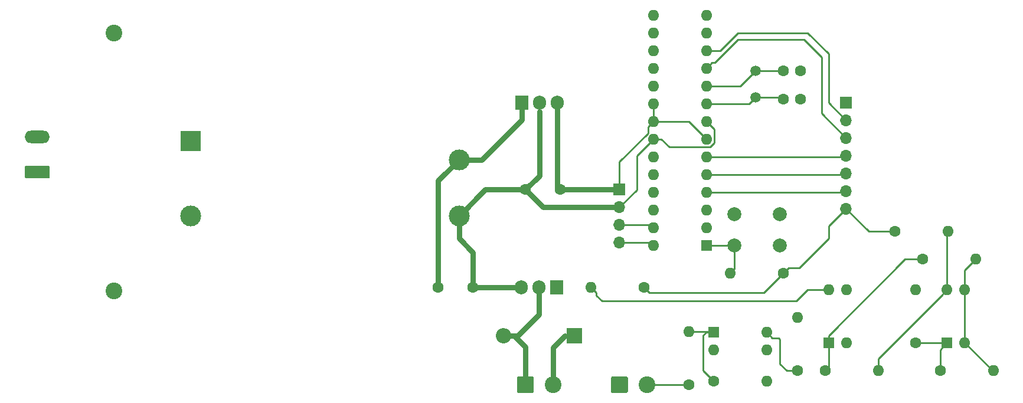
<source format=gbr>
G04 #@! TF.GenerationSoftware,KiCad,Pcbnew,(5.1.5)-3*
G04 #@! TF.CreationDate,2020-07-19T03:42:33+05:30*
G04 #@! TF.ProjectId,HA-V1.0,48412d56-312e-4302-9e6b-696361645f70,rev?*
G04 #@! TF.SameCoordinates,Original*
G04 #@! TF.FileFunction,Copper,L1,Top*
G04 #@! TF.FilePolarity,Positive*
%FSLAX46Y46*%
G04 Gerber Fmt 4.6, Leading zero omitted, Abs format (unit mm)*
G04 Created by KiCad (PCBNEW (5.1.5)-3) date 2020-07-19 03:42:33*
%MOMM*%
%LPD*%
G04 APERTURE LIST*
%ADD10R,3.000000X3.000000*%
%ADD11C,3.000000*%
%ADD12C,1.500000*%
%ADD13O,1.905000X2.000000*%
%ADD14R,1.905000X2.000000*%
%ADD15O,1.600000X1.600000*%
%ADD16R,1.600000X1.600000*%
%ADD17C,2.000000*%
%ADD18C,1.600000*%
%ADD19O,1.700000X1.700000*%
%ADD20R,1.700000X1.700000*%
%ADD21C,2.400000*%
%ADD22C,0.100000*%
%ADD23O,3.600000X1.800000*%
%ADD24O,2.200000X2.200000*%
%ADD25R,2.200000X2.200000*%
%ADD26C,0.750000*%
%ADD27C,0.250000*%
G04 APERTURE END LIST*
D10*
X77500000Y-84500000D03*
D11*
X116000000Y-87250000D03*
X77500000Y-95250000D03*
X116000000Y-95250000D03*
D12*
X158500000Y-78300000D03*
X158500000Y-74500000D03*
D13*
X130080000Y-79000000D03*
X127540000Y-79000000D03*
D14*
X125000000Y-79000000D03*
D15*
X160120000Y-112000000D03*
X152500000Y-114540000D03*
X160120000Y-114540000D03*
D16*
X152500000Y-112000000D03*
D15*
X169000000Y-105880000D03*
X171540000Y-113500000D03*
X171540000Y-105880000D03*
D16*
X169000000Y-113500000D03*
D15*
X186000000Y-105880000D03*
X188540000Y-113500000D03*
X188540000Y-105880000D03*
D16*
X186000000Y-113500000D03*
D15*
X143880000Y-99500000D03*
X151500000Y-66480000D03*
X143880000Y-96960000D03*
X151500000Y-69020000D03*
X143880000Y-94420000D03*
X151500000Y-71560000D03*
X143880000Y-91880000D03*
X151500000Y-74100000D03*
X143880000Y-89340000D03*
X151500000Y-76640000D03*
X143880000Y-86800000D03*
X151500000Y-79180000D03*
X143880000Y-84260000D03*
X151500000Y-81720000D03*
X143880000Y-81720000D03*
X151500000Y-84260000D03*
X143880000Y-79180000D03*
X151500000Y-86800000D03*
X143880000Y-76640000D03*
X151500000Y-89340000D03*
X143880000Y-74100000D03*
X151500000Y-91880000D03*
X143880000Y-71560000D03*
X151500000Y-94420000D03*
X143880000Y-69020000D03*
X151500000Y-96960000D03*
X143880000Y-66480000D03*
D16*
X151500000Y-99500000D03*
D17*
X162000000Y-95000000D03*
X162000000Y-99500000D03*
X155500000Y-95000000D03*
X155500000Y-99500000D03*
D15*
X154880000Y-103500000D03*
D18*
X162500000Y-103500000D03*
D15*
X164500000Y-109880000D03*
D18*
X164500000Y-117500000D03*
D15*
X134880000Y-105500000D03*
D18*
X142500000Y-105500000D03*
D15*
X186120000Y-97500000D03*
D18*
X178500000Y-97500000D03*
D15*
X160120000Y-119000000D03*
D18*
X152500000Y-119000000D03*
D15*
X149000000Y-111880000D03*
D18*
X149000000Y-119500000D03*
D15*
X190120000Y-101500000D03*
D18*
X182500000Y-101500000D03*
D15*
X192620000Y-117500000D03*
D18*
X185000000Y-117500000D03*
D15*
X176120000Y-117500000D03*
D18*
X168500000Y-117500000D03*
D15*
X181500000Y-105880000D03*
D18*
X181500000Y-113500000D03*
D13*
X124920000Y-105500000D03*
X127460000Y-105500000D03*
D14*
X130000000Y-105500000D03*
D19*
X139000000Y-99120000D03*
X139000000Y-96580000D03*
X139000000Y-94040000D03*
D20*
X139000000Y-91500000D03*
D21*
X129460000Y-119500000D03*
G04 #@! TA.AperFunction,ComponentPad*
D22*
G36*
X126474504Y-118301204D02*
G01*
X126498773Y-118304804D01*
X126522571Y-118310765D01*
X126545671Y-118319030D01*
X126567849Y-118329520D01*
X126588893Y-118342133D01*
X126608598Y-118356747D01*
X126626777Y-118373223D01*
X126643253Y-118391402D01*
X126657867Y-118411107D01*
X126670480Y-118432151D01*
X126680970Y-118454329D01*
X126689235Y-118477429D01*
X126695196Y-118501227D01*
X126698796Y-118525496D01*
X126700000Y-118550000D01*
X126700000Y-120450000D01*
X126698796Y-120474504D01*
X126695196Y-120498773D01*
X126689235Y-120522571D01*
X126680970Y-120545671D01*
X126670480Y-120567849D01*
X126657867Y-120588893D01*
X126643253Y-120608598D01*
X126626777Y-120626777D01*
X126608598Y-120643253D01*
X126588893Y-120657867D01*
X126567849Y-120670480D01*
X126545671Y-120680970D01*
X126522571Y-120689235D01*
X126498773Y-120695196D01*
X126474504Y-120698796D01*
X126450000Y-120700000D01*
X124550000Y-120700000D01*
X124525496Y-120698796D01*
X124501227Y-120695196D01*
X124477429Y-120689235D01*
X124454329Y-120680970D01*
X124432151Y-120670480D01*
X124411107Y-120657867D01*
X124391402Y-120643253D01*
X124373223Y-120626777D01*
X124356747Y-120608598D01*
X124342133Y-120588893D01*
X124329520Y-120567849D01*
X124319030Y-120545671D01*
X124310765Y-120522571D01*
X124304804Y-120498773D01*
X124301204Y-120474504D01*
X124300000Y-120450000D01*
X124300000Y-118550000D01*
X124301204Y-118525496D01*
X124304804Y-118501227D01*
X124310765Y-118477429D01*
X124319030Y-118454329D01*
X124329520Y-118432151D01*
X124342133Y-118411107D01*
X124356747Y-118391402D01*
X124373223Y-118373223D01*
X124391402Y-118356747D01*
X124411107Y-118342133D01*
X124432151Y-118329520D01*
X124454329Y-118319030D01*
X124477429Y-118310765D01*
X124501227Y-118304804D01*
X124525496Y-118301204D01*
X124550000Y-118300000D01*
X126450000Y-118300000D01*
X126474504Y-118301204D01*
G37*
G04 #@! TD.AperFunction*
D21*
X142960000Y-119500000D03*
G04 #@! TA.AperFunction,ComponentPad*
D22*
G36*
X139974504Y-118301204D02*
G01*
X139998773Y-118304804D01*
X140022571Y-118310765D01*
X140045671Y-118319030D01*
X140067849Y-118329520D01*
X140088893Y-118342133D01*
X140108598Y-118356747D01*
X140126777Y-118373223D01*
X140143253Y-118391402D01*
X140157867Y-118411107D01*
X140170480Y-118432151D01*
X140180970Y-118454329D01*
X140189235Y-118477429D01*
X140195196Y-118501227D01*
X140198796Y-118525496D01*
X140200000Y-118550000D01*
X140200000Y-120450000D01*
X140198796Y-120474504D01*
X140195196Y-120498773D01*
X140189235Y-120522571D01*
X140180970Y-120545671D01*
X140170480Y-120567849D01*
X140157867Y-120588893D01*
X140143253Y-120608598D01*
X140126777Y-120626777D01*
X140108598Y-120643253D01*
X140088893Y-120657867D01*
X140067849Y-120670480D01*
X140045671Y-120680970D01*
X140022571Y-120689235D01*
X139998773Y-120695196D01*
X139974504Y-120698796D01*
X139950000Y-120700000D01*
X138050000Y-120700000D01*
X138025496Y-120698796D01*
X138001227Y-120695196D01*
X137977429Y-120689235D01*
X137954329Y-120680970D01*
X137932151Y-120670480D01*
X137911107Y-120657867D01*
X137891402Y-120643253D01*
X137873223Y-120626777D01*
X137856747Y-120608598D01*
X137842133Y-120588893D01*
X137829520Y-120567849D01*
X137819030Y-120545671D01*
X137810765Y-120522571D01*
X137804804Y-120498773D01*
X137801204Y-120474504D01*
X137800000Y-120450000D01*
X137800000Y-118550000D01*
X137801204Y-118525496D01*
X137804804Y-118501227D01*
X137810765Y-118477429D01*
X137819030Y-118454329D01*
X137829520Y-118432151D01*
X137842133Y-118411107D01*
X137856747Y-118391402D01*
X137873223Y-118373223D01*
X137891402Y-118356747D01*
X137911107Y-118342133D01*
X137932151Y-118329520D01*
X137954329Y-118319030D01*
X137977429Y-118310765D01*
X138001227Y-118304804D01*
X138025496Y-118301204D01*
X138050000Y-118300000D01*
X139950000Y-118300000D01*
X139974504Y-118301204D01*
G37*
G04 #@! TD.AperFunction*
D19*
X171500000Y-94240000D03*
X171500000Y-91700000D03*
X171500000Y-89160000D03*
X171500000Y-86620000D03*
X171500000Y-84080000D03*
X171500000Y-81540000D03*
D20*
X171500000Y-79000000D03*
D23*
X55500000Y-83920000D03*
G04 #@! TA.AperFunction,ComponentPad*
D22*
G36*
X57074504Y-88101204D02*
G01*
X57098773Y-88104804D01*
X57122571Y-88110765D01*
X57145671Y-88119030D01*
X57167849Y-88129520D01*
X57188893Y-88142133D01*
X57208598Y-88156747D01*
X57226777Y-88173223D01*
X57243253Y-88191402D01*
X57257867Y-88211107D01*
X57270480Y-88232151D01*
X57280970Y-88254329D01*
X57289235Y-88277429D01*
X57295196Y-88301227D01*
X57298796Y-88325496D01*
X57300000Y-88350000D01*
X57300000Y-89650000D01*
X57298796Y-89674504D01*
X57295196Y-89698773D01*
X57289235Y-89722571D01*
X57280970Y-89745671D01*
X57270480Y-89767849D01*
X57257867Y-89788893D01*
X57243253Y-89808598D01*
X57226777Y-89826777D01*
X57208598Y-89843253D01*
X57188893Y-89857867D01*
X57167849Y-89870480D01*
X57145671Y-89880970D01*
X57122571Y-89889235D01*
X57098773Y-89895196D01*
X57074504Y-89898796D01*
X57050000Y-89900000D01*
X53950000Y-89900000D01*
X53925496Y-89898796D01*
X53901227Y-89895196D01*
X53877429Y-89889235D01*
X53854329Y-89880970D01*
X53832151Y-89870480D01*
X53811107Y-89857867D01*
X53791402Y-89843253D01*
X53773223Y-89826777D01*
X53756747Y-89808598D01*
X53742133Y-89788893D01*
X53729520Y-89767849D01*
X53719030Y-89745671D01*
X53710765Y-89722571D01*
X53704804Y-89698773D01*
X53701204Y-89674504D01*
X53700000Y-89650000D01*
X53700000Y-88350000D01*
X53701204Y-88325496D01*
X53704804Y-88301227D01*
X53710765Y-88277429D01*
X53719030Y-88254329D01*
X53729520Y-88232151D01*
X53742133Y-88211107D01*
X53756747Y-88191402D01*
X53773223Y-88173223D01*
X53791402Y-88156747D01*
X53811107Y-88142133D01*
X53832151Y-88129520D01*
X53854329Y-88119030D01*
X53877429Y-88110765D01*
X53901227Y-88104804D01*
X53925496Y-88101204D01*
X53950000Y-88100000D01*
X57050000Y-88100000D01*
X57074504Y-88101204D01*
G37*
G04 #@! TD.AperFunction*
D21*
X66500000Y-69000000D03*
X66500000Y-106000000D03*
D24*
X122340000Y-112500000D03*
D25*
X132500000Y-112500000D03*
D18*
X125500000Y-91500000D03*
X130500000Y-91500000D03*
X118000000Y-105500000D03*
X113000000Y-105500000D03*
X165000000Y-78500000D03*
X162500000Y-78500000D03*
X165000000Y-74500000D03*
X162500000Y-74500000D03*
D26*
X116000000Y-95250000D02*
X116000000Y-98500000D01*
X118000000Y-100500000D02*
X118000000Y-105500000D01*
X116000000Y-98500000D02*
X118000000Y-100500000D01*
X119750000Y-91500000D02*
X125500000Y-91500000D01*
X116000000Y-95250000D02*
X119750000Y-91500000D01*
D27*
X127540000Y-80250000D02*
X127500000Y-80290000D01*
X127540000Y-79000000D02*
X127540000Y-80250000D01*
D26*
X127500000Y-89500000D02*
X125500000Y-91500000D01*
X127500000Y-80290000D02*
X127500000Y-89500000D01*
X128040000Y-94040000D02*
X139000000Y-94040000D01*
X125500000Y-91500000D02*
X128040000Y-94040000D01*
X118000000Y-105500000D02*
X124920000Y-105500000D01*
D27*
X192540000Y-117500000D02*
X192620000Y-117500000D01*
X188540000Y-113500000D02*
X192540000Y-117500000D01*
X188540000Y-113500000D02*
X188540000Y-105880000D01*
X188540000Y-103080000D02*
X190120000Y-101500000D01*
X188540000Y-105880000D02*
X188540000Y-103080000D01*
X139000000Y-94040000D02*
X141500000Y-91540000D01*
X141500000Y-86640000D02*
X143880000Y-84260000D01*
X141500000Y-91540000D02*
X141500000Y-86640000D01*
X152299999Y-82519999D02*
X151500000Y-81720000D01*
X152625001Y-82845001D02*
X152299999Y-82519999D01*
X152040001Y-85385001D02*
X152625001Y-84800001D01*
X146136371Y-85385001D02*
X152040001Y-85385001D01*
X145011370Y-84260000D02*
X146136371Y-85385001D01*
X152625001Y-84800001D02*
X152625001Y-82845001D01*
X143880000Y-84260000D02*
X145011370Y-84260000D01*
X156360000Y-76640000D02*
X158500000Y-74500000D01*
X151500000Y-76640000D02*
X156360000Y-76640000D01*
X158500000Y-74500000D02*
X162500000Y-74500000D01*
X157620000Y-79180000D02*
X158500000Y-78300000D01*
X151500000Y-79180000D02*
X157620000Y-79180000D01*
X162300000Y-78300000D02*
X162500000Y-78500000D01*
X158500000Y-78300000D02*
X162300000Y-78300000D01*
D26*
X113000000Y-90250000D02*
X113000000Y-105500000D01*
X116000000Y-87250000D02*
X113000000Y-90250000D01*
X116000000Y-87250000D02*
X119250000Y-87250000D01*
X125000000Y-81500000D02*
X125000000Y-79000000D01*
X119250000Y-87250000D02*
X125000000Y-81500000D01*
X129460000Y-117802944D02*
X129460000Y-119500000D01*
X129460000Y-114190000D02*
X129460000Y-117802944D01*
X131150000Y-112500000D02*
X129460000Y-114190000D01*
D27*
X132500000Y-112500000D02*
X131150000Y-112500000D01*
X130080000Y-91080000D02*
X130500000Y-91500000D01*
D26*
X130080000Y-79000000D02*
X130080000Y-91080000D01*
D27*
X135500000Y-91500000D02*
X136000000Y-91500000D01*
D26*
X135500000Y-91500000D02*
X139000000Y-91500000D01*
X130500000Y-91500000D02*
X135500000Y-91500000D01*
D27*
X163299999Y-102700001D02*
X164799999Y-102700001D01*
X162500000Y-103500000D02*
X163299999Y-102700001D01*
X164799999Y-102700001D02*
X169000000Y-98500000D01*
X169000000Y-96740000D02*
X171500000Y-94240000D01*
X169000000Y-98500000D02*
X169000000Y-96740000D01*
X143299999Y-106299999D02*
X159700001Y-106299999D01*
X142500000Y-105500000D02*
X143299999Y-106299999D01*
X159700001Y-106299999D02*
X162500000Y-103500000D01*
X174760000Y-97500000D02*
X171500000Y-94240000D01*
X178500000Y-97500000D02*
X174760000Y-97500000D01*
X143880000Y-79180000D02*
X143880000Y-81720000D01*
X139000000Y-87474998D02*
X139000000Y-90400000D01*
X143080001Y-83394997D02*
X139000000Y-87474998D01*
X143080001Y-82519999D02*
X143080001Y-83394997D01*
X139000000Y-90400000D02*
X139000000Y-91500000D01*
X143880000Y-81720000D02*
X143080001Y-82519999D01*
X148960000Y-81720000D02*
X151500000Y-84260000D01*
X143880000Y-81720000D02*
X148960000Y-81720000D01*
D26*
X127460000Y-105500000D02*
X127460000Y-109460000D01*
X124420000Y-112500000D02*
X122340000Y-112500000D01*
X127460000Y-109460000D02*
X124420000Y-112500000D01*
D27*
X125500000Y-118300000D02*
X125500000Y-119500000D01*
D26*
X123895634Y-112500000D02*
X125500000Y-114104366D01*
X125500000Y-114104366D02*
X125500000Y-118300000D01*
D27*
X122340000Y-112500000D02*
X123895634Y-112500000D01*
X171320000Y-91880000D02*
X171500000Y-91700000D01*
X151500000Y-91880000D02*
X171320000Y-91880000D01*
X171320000Y-89340000D02*
X171500000Y-89160000D01*
X151500000Y-89340000D02*
X171320000Y-89340000D01*
X171320000Y-86800000D02*
X171500000Y-86620000D01*
X151500000Y-86800000D02*
X171320000Y-86800000D01*
X152299999Y-73300001D02*
X152699999Y-73300001D01*
X151500000Y-74100000D02*
X152299999Y-73300001D01*
X152699999Y-73300001D02*
X156000000Y-70000000D01*
X156000000Y-70000000D02*
X165500000Y-70000000D01*
X165500000Y-70000000D02*
X168000000Y-72500000D01*
X168000000Y-80580000D02*
X171500000Y-84080000D01*
X168000000Y-72500000D02*
X168000000Y-80580000D01*
X151500000Y-71560000D02*
X153440000Y-71560000D01*
X153440000Y-71560000D02*
X156000000Y-69000000D01*
X156000000Y-69000000D02*
X166000000Y-69000000D01*
X166000000Y-69000000D02*
X169000000Y-72000000D01*
X169000000Y-79040000D02*
X171500000Y-81540000D01*
X169000000Y-72000000D02*
X169000000Y-79040000D01*
X142960000Y-119500000D02*
X149000000Y-119500000D01*
X143500000Y-99120000D02*
X143880000Y-99500000D01*
X139000000Y-99120000D02*
X143500000Y-99120000D01*
X143500000Y-96580000D02*
X143880000Y-96960000D01*
X139000000Y-96580000D02*
X143500000Y-96580000D01*
X135679999Y-106299999D02*
X134880000Y-105500000D01*
X166000000Y-105880000D02*
X164380000Y-107500000D01*
X164380000Y-107500000D02*
X136500000Y-107500000D01*
X169000000Y-105880000D02*
X166000000Y-105880000D01*
X136500000Y-107500000D02*
X135679999Y-106679999D01*
X135679999Y-106679999D02*
X135679999Y-106299999D01*
X185000000Y-114500000D02*
X186000000Y-113500000D01*
X185000000Y-117500000D02*
X185000000Y-114500000D01*
X181500000Y-113500000D02*
X186000000Y-113500000D01*
X185200001Y-106679999D02*
X186000000Y-105880000D01*
X176120000Y-115760000D02*
X185200001Y-106679999D01*
X176120000Y-117500000D02*
X176120000Y-115760000D01*
X186000000Y-97620000D02*
X186120000Y-97500000D01*
X186000000Y-105880000D02*
X186000000Y-97620000D01*
X181368630Y-101500000D02*
X182500000Y-101500000D01*
X169000000Y-112450000D02*
X179950000Y-101500000D01*
X179950000Y-101500000D02*
X181368630Y-101500000D01*
X169000000Y-113500000D02*
X169000000Y-112450000D01*
X169000000Y-117000000D02*
X168500000Y-117500000D01*
X169000000Y-113500000D02*
X169000000Y-117000000D01*
X152380000Y-111880000D02*
X152500000Y-112000000D01*
X149000000Y-111880000D02*
X152380000Y-111880000D01*
X151450000Y-112000000D02*
X152500000Y-112000000D01*
X151000000Y-117500000D02*
X151000000Y-112450000D01*
X151000000Y-112450000D02*
X151450000Y-112000000D01*
X152500000Y-119000000D02*
X151000000Y-117500000D01*
X163000000Y-117500000D02*
X164500000Y-117500000D01*
X160919999Y-112799999D02*
X161799999Y-112799999D01*
X160120000Y-112000000D02*
X160919999Y-112799999D01*
X161799999Y-112799999D02*
X162000000Y-113000000D01*
X162000000Y-113000000D02*
X162000000Y-116500000D01*
X162000000Y-116500000D02*
X163000000Y-117500000D01*
X151500000Y-99500000D02*
X155500000Y-99500000D01*
X155500000Y-102880000D02*
X154880000Y-103500000D01*
X155500000Y-99500000D02*
X155500000Y-102880000D01*
M02*

</source>
